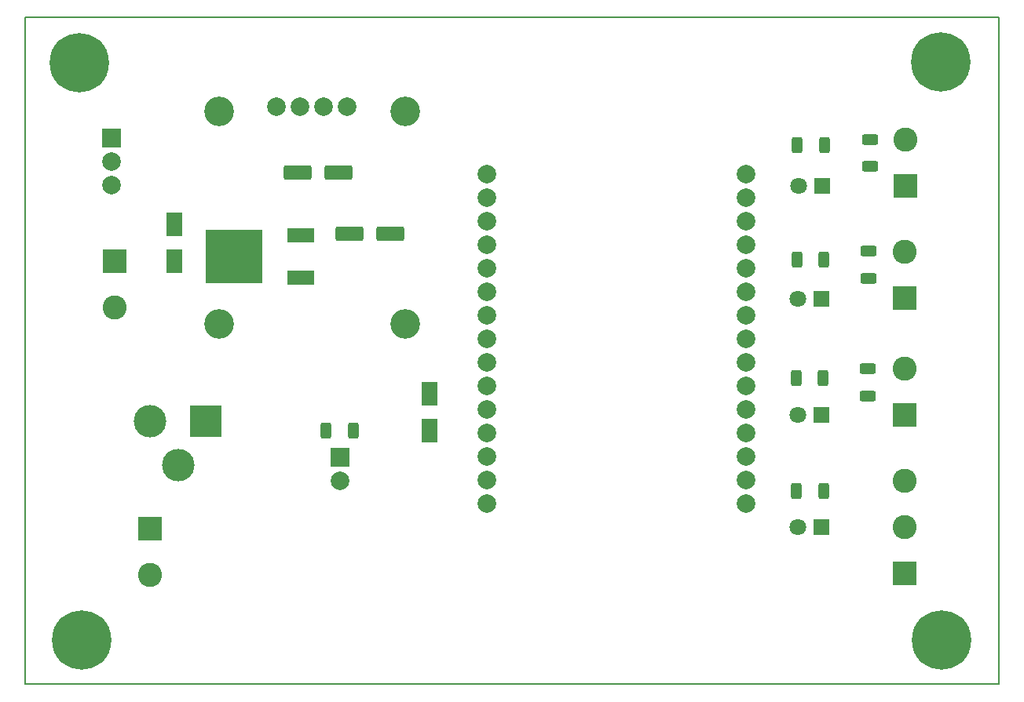
<source format=gbr>
%TF.GenerationSoftware,KiCad,Pcbnew,7.0.6*%
%TF.CreationDate,2024-03-05T09:49:15-05:00*%
%TF.ProjectId,IRON PCB 2.0,49524f4e-2050-4434-9220-322e302e6b69,rev?*%
%TF.SameCoordinates,Original*%
%TF.FileFunction,Soldermask,Bot*%
%TF.FilePolarity,Negative*%
%FSLAX46Y46*%
G04 Gerber Fmt 4.6, Leading zero omitted, Abs format (unit mm)*
G04 Created by KiCad (PCBNEW 7.0.6) date 2024-03-05 09:49:15*
%MOMM*%
%LPD*%
G01*
G04 APERTURE LIST*
G04 Aperture macros list*
%AMRoundRect*
0 Rectangle with rounded corners*
0 $1 Rounding radius*
0 $2 $3 $4 $5 $6 $7 $8 $9 X,Y pos of 4 corners*
0 Add a 4 corners polygon primitive as box body*
4,1,4,$2,$3,$4,$5,$6,$7,$8,$9,$2,$3,0*
0 Add four circle primitives for the rounded corners*
1,1,$1+$1,$2,$3*
1,1,$1+$1,$4,$5*
1,1,$1+$1,$6,$7*
1,1,$1+$1,$8,$9*
0 Add four rect primitives between the rounded corners*
20,1,$1+$1,$2,$3,$4,$5,0*
20,1,$1+$1,$4,$5,$6,$7,0*
20,1,$1+$1,$6,$7,$8,$9,0*
20,1,$1+$1,$8,$9,$2,$3,0*%
G04 Aperture macros list end*
%ADD10R,2.000000X2.000000*%
%ADD11C,2.000000*%
%ADD12R,2.600000X2.600000*%
%ADD13C,2.600000*%
%ADD14C,0.800000*%
%ADD15C,6.400000*%
%ADD16R,1.800000X1.800000*%
%ADD17C,1.800000*%
%ADD18C,3.200000*%
%ADD19R,3.500000X3.500000*%
%ADD20C,3.500000*%
%ADD21RoundRect,0.250000X-0.625000X0.312500X-0.625000X-0.312500X0.625000X-0.312500X0.625000X0.312500X0*%
%ADD22RoundRect,0.250000X1.250000X0.550000X-1.250000X0.550000X-1.250000X-0.550000X1.250000X-0.550000X0*%
%ADD23R,1.700000X2.500000*%
%ADD24RoundRect,0.250000X0.312500X0.625000X-0.312500X0.625000X-0.312500X-0.625000X0.312500X-0.625000X0*%
%ADD25RoundRect,0.250000X-0.312500X-0.625000X0.312500X-0.625000X0.312500X0.625000X-0.312500X0.625000X0*%
%ADD26R,3.000000X1.600000*%
%ADD27R,6.200000X5.800000*%
%TA.AperFunction,Profile*%
%ADD28C,0.200000*%
%TD*%
G04 APERTURE END LIST*
D10*
%TO.C,D6*%
X100570000Y-82030000D03*
D11*
X100570000Y-84570000D03*
%TD*%
D12*
%TO.C,J2*%
X76255000Y-60900000D03*
D13*
X76255000Y-65900000D03*
%TD*%
D12*
%TO.C,J5*%
X161430000Y-64860000D03*
D13*
X161430000Y-59860000D03*
%TD*%
D12*
%TO.C,J3*%
X161470000Y-94550000D03*
D13*
X161470000Y-89550000D03*
X161470000Y-84550000D03*
%TD*%
D14*
%TO.C,H3*%
X70040000Y-39430000D03*
X70742944Y-37732944D03*
X70742944Y-41127056D03*
X72440000Y-37030000D03*
D15*
X72440000Y-39430000D03*
D14*
X72440000Y-41830000D03*
X74137056Y-37732944D03*
X74137056Y-41127056D03*
X74840000Y-39430000D03*
%TD*%
D10*
%TO.C,SW1*%
X75940000Y-47560000D03*
D11*
X75940000Y-50100000D03*
X75940000Y-52640000D03*
%TD*%
D16*
%TO.C,D7*%
X152455000Y-89570000D03*
D17*
X149915000Y-89570000D03*
%TD*%
D18*
%TO.C,Brd1*%
X87550000Y-44680000D03*
X87550000Y-67680000D03*
X107550000Y-44680000D03*
X107550000Y-67680000D03*
D11*
X93740000Y-44180000D03*
X96280000Y-44180000D03*
X98820000Y-44180000D03*
X101360000Y-44180000D03*
%TD*%
D12*
%TO.C,J7*%
X80041836Y-89739885D03*
D13*
X80041836Y-94739885D03*
%TD*%
D14*
%TO.C,H4*%
X70320000Y-101780000D03*
X71022944Y-100082944D03*
X71022944Y-103477056D03*
X72720000Y-99380000D03*
D15*
X72720000Y-101780000D03*
D14*
X72720000Y-104180000D03*
X74417056Y-100082944D03*
X74417056Y-103477056D03*
X75120000Y-101780000D03*
%TD*%
%TO.C,H1*%
X163040000Y-101760000D03*
X163742944Y-100062944D03*
X163742944Y-103457056D03*
X165440000Y-99360000D03*
D15*
X165440000Y-101760000D03*
D14*
X165440000Y-104160000D03*
X167137056Y-100062944D03*
X167137056Y-103457056D03*
X167840000Y-101760000D03*
%TD*%
D12*
%TO.C,J6*%
X161530000Y-52720000D03*
D13*
X161530000Y-47720000D03*
%TD*%
D19*
%TO.C,J1*%
X86080000Y-78160000D03*
D20*
X80080000Y-78160000D03*
X83080000Y-82860000D03*
%TD*%
D16*
%TO.C,D3*%
X152515000Y-52760000D03*
D17*
X149975000Y-52760000D03*
%TD*%
D14*
%TO.C,H2*%
X162957056Y-39327056D03*
X163660000Y-37630000D03*
X163660000Y-41024112D03*
X165357056Y-36927056D03*
D15*
X165357056Y-39327056D03*
D14*
X165357056Y-41727056D03*
X167054112Y-37630000D03*
X167054112Y-41024112D03*
X167757056Y-39327056D03*
%TD*%
D12*
%TO.C,J4*%
X161470000Y-77490000D03*
D13*
X161470000Y-72490000D03*
%TD*%
D16*
%TO.C,D4*%
X152425000Y-64940000D03*
D17*
X149885000Y-64940000D03*
%TD*%
D11*
%TO.C,U8266*%
X116370000Y-51440000D03*
X116370000Y-53980000D03*
X116370000Y-56520000D03*
X116370000Y-59060000D03*
X116370000Y-61600000D03*
X116370000Y-64140000D03*
X116370000Y-66680000D03*
X116370000Y-69220000D03*
X116370000Y-71760000D03*
X116370000Y-74300000D03*
X116370000Y-76840000D03*
X116370000Y-79380000D03*
X116370000Y-81920000D03*
X116370000Y-84460000D03*
X116370000Y-87000000D03*
X144310000Y-87000000D03*
X144310000Y-84460000D03*
X144310000Y-81920000D03*
X144310000Y-79380000D03*
X144310000Y-76840000D03*
X144310000Y-74300000D03*
X144310000Y-71760000D03*
X144310000Y-69220000D03*
X144310000Y-66680000D03*
X144310000Y-64140000D03*
X144310000Y-61600000D03*
X144310000Y-59060000D03*
X144310000Y-56520000D03*
X144310000Y-53980000D03*
X144310000Y-51440000D03*
%TD*%
D16*
%TO.C,D5*%
X152425000Y-77460000D03*
D17*
X149885000Y-77460000D03*
%TD*%
D21*
%TO.C,R7*%
X157480000Y-72497500D03*
X157480000Y-75422500D03*
%TD*%
D22*
%TO.C,C2*%
X105950000Y-57900000D03*
X101550000Y-57900000D03*
%TD*%
D23*
%TO.C,D1*%
X82660000Y-60900000D03*
X82660000Y-56900000D03*
%TD*%
D24*
%TO.C,R5*%
X101995000Y-79145000D03*
X99070000Y-79145000D03*
%TD*%
D22*
%TO.C,C1*%
X100410000Y-51320000D03*
X96010000Y-51320000D03*
%TD*%
D25*
%TO.C,R2*%
X149837500Y-48300000D03*
X152762500Y-48300000D03*
%TD*%
D21*
%TO.C,R9*%
X157700000Y-47737500D03*
X157700000Y-50662500D03*
%TD*%
D25*
%TO.C,R3*%
X149827500Y-60670000D03*
X152752500Y-60670000D03*
%TD*%
D21*
%TO.C,R8*%
X157570000Y-59797500D03*
X157570000Y-62722500D03*
%TD*%
D23*
%TO.C,D2*%
X110210000Y-75160000D03*
X110210000Y-79160000D03*
%TD*%
D25*
%TO.C,R4*%
X149737500Y-73450000D03*
X152662500Y-73450000D03*
%TD*%
%TO.C,R1*%
X149767500Y-85690000D03*
X152692500Y-85690000D03*
%TD*%
D26*
%TO.C,U7805*%
X96290000Y-58085000D03*
X96290000Y-62655000D03*
D27*
X89120000Y-60370000D03*
%TD*%
D28*
X66630000Y-34550000D02*
X171630000Y-34550000D01*
X171630000Y-106550000D01*
X66630000Y-106550000D01*
X66630000Y-34550000D01*
M02*

</source>
